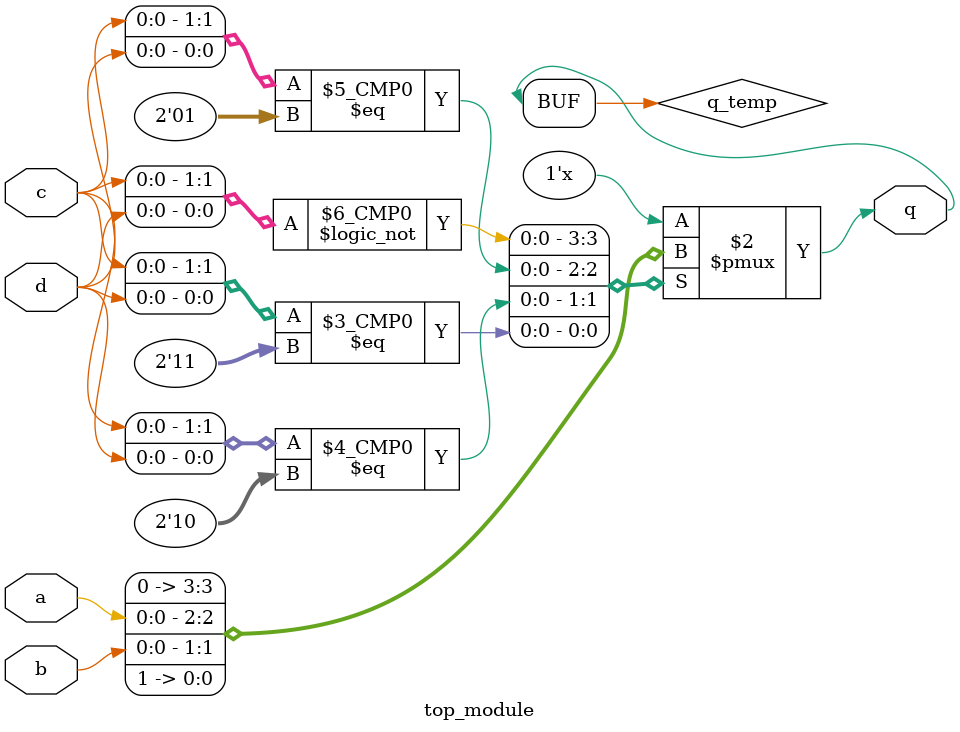
<source format=sv>
module top_module (
    input a,
    input b,
    input c,
    input d,
    output q
);

    reg q_temp;

    always @(*)
    begin
        case ({c, d})
            2'b00: q_temp = 1'b0;
            2'b01: q_temp = a;
            2'b10: q_temp = b;
            2'b11: q_temp = 1'b1;
        endcase
    end

    assign q = q_temp;

endmodule

</source>
